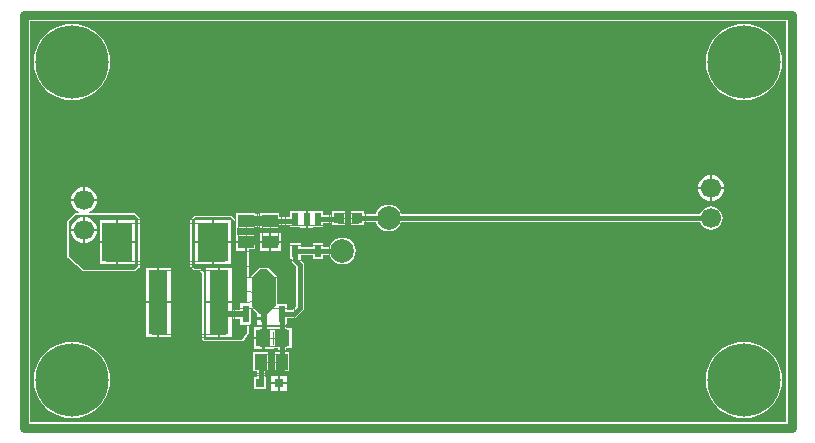
<source format=gtl>
G04*
G04 #@! TF.GenerationSoftware,Altium Limited,Altium Designer,20.2.6 (244)*
G04*
G04 Layer_Physical_Order=1*
G04 Layer_Color=255*
%FSLAX25Y25*%
%MOIN*%
G70*
G04*
G04 #@! TF.SameCoordinates,ADB7C03E-4349-4DD4-984C-8FBEBC798E37*
G04*
G04*
G04 #@! TF.FilePolarity,Positive*
G04*
G01*
G75*
%ADD12C,0.00197*%
%ADD13C,0.00650*%
%ADD14C,0.03000*%
%ADD15C,0.00394*%
%ADD16C,0.07874*%
%ADD17R,0.02362X0.05512*%
%ADD18R,0.02362X0.02756*%
%ADD19R,0.02362X0.04134*%
%ADD20R,0.03937X0.05315*%
%ADD21R,0.03347X0.03543*%
%ADD22R,0.03150X0.03150*%
%ADD23R,0.10197X0.12756*%
%ADD24R,0.06496X0.21260*%
%ADD25R,0.05118X0.05709*%
%ADD26R,0.05315X0.03937*%
%ADD40C,0.01600*%
%ADD41C,0.02000*%
%ADD42C,0.03200*%
%ADD43C,0.24410*%
%ADD44C,0.06693*%
%ADD45C,0.02953*%
G36*
X253866Y2039D02*
X2039D01*
Y135756D01*
X253866D01*
Y2039D01*
D02*
G37*
%LPC*%
G36*
X240000Y134744D02*
X238006Y134587D01*
X236062Y134120D01*
X234214Y133355D01*
X232509Y132310D01*
X230989Y131011D01*
X229690Y129491D01*
X228645Y127786D01*
X227880Y125938D01*
X227413Y123994D01*
X227256Y122000D01*
X227413Y120006D01*
X227880Y118062D01*
X228645Y116214D01*
X229690Y114509D01*
X230989Y112989D01*
X232509Y111690D01*
X234214Y110645D01*
X236062Y109880D01*
X238006Y109413D01*
X240000Y109256D01*
X241994Y109413D01*
X243938Y109880D01*
X245786Y110645D01*
X247491Y111690D01*
X249011Y112989D01*
X250310Y114509D01*
X251355Y116214D01*
X252120Y118062D01*
X252587Y120006D01*
X252744Y122000D01*
X252587Y123994D01*
X252120Y125938D01*
X251355Y127786D01*
X250310Y129491D01*
X249011Y131011D01*
X247491Y132310D01*
X245786Y133355D01*
X243938Y134120D01*
X241994Y134587D01*
X240000Y134744D01*
D02*
G37*
G36*
X16000D02*
X14006Y134587D01*
X12062Y134120D01*
X10214Y133355D01*
X8509Y132310D01*
X6989Y131011D01*
X5690Y129491D01*
X4645Y127786D01*
X3880Y125938D01*
X3413Y123994D01*
X3256Y122000D01*
X3413Y120006D01*
X3880Y118062D01*
X4645Y116214D01*
X5690Y114509D01*
X6989Y112989D01*
X8509Y111690D01*
X10214Y110645D01*
X12062Y109880D01*
X14006Y109413D01*
X16000Y109256D01*
X17994Y109413D01*
X19938Y109880D01*
X21786Y110645D01*
X23491Y111690D01*
X25011Y112989D01*
X26310Y114509D01*
X27355Y116214D01*
X28120Y118062D01*
X28587Y120006D01*
X28744Y122000D01*
X28587Y123994D01*
X28120Y125938D01*
X27355Y127786D01*
X26310Y129491D01*
X25011Y131011D01*
X23491Y132310D01*
X21786Y133355D01*
X19938Y134120D01*
X17994Y134587D01*
X16000Y134744D01*
D02*
G37*
G36*
X229400Y84331D02*
Y80400D01*
X233331D01*
X233235Y81135D01*
X232797Y82192D01*
X232100Y83100D01*
X231192Y83797D01*
X230135Y84235D01*
X229400Y84331D01*
D02*
G37*
G36*
X228600D02*
X227865Y84235D01*
X226808Y83797D01*
X225900Y83100D01*
X225203Y82192D01*
X224765Y81135D01*
X224669Y80400D01*
X228600D01*
Y84331D01*
D02*
G37*
G36*
X20400Y80331D02*
Y76400D01*
X24331D01*
X24235Y77135D01*
X23797Y78192D01*
X23100Y79100D01*
X22192Y79797D01*
X21135Y80235D01*
X20400Y80331D01*
D02*
G37*
G36*
X19600D02*
X18865Y80235D01*
X17808Y79797D01*
X16900Y79100D01*
X16203Y78192D01*
X15765Y77135D01*
X15669Y76400D01*
X19600D01*
Y80331D01*
D02*
G37*
G36*
X233331Y79600D02*
X229400D01*
Y75669D01*
X230135Y75765D01*
X231192Y76203D01*
X232100Y76900D01*
X232797Y77808D01*
X233235Y78865D01*
X233331Y79600D01*
D02*
G37*
G36*
X228600D02*
X224669D01*
X224765Y78865D01*
X225203Y77808D01*
X225900Y76900D01*
X226808Y76203D01*
X227865Y75765D01*
X228600Y75669D01*
Y79600D01*
D02*
G37*
G36*
X24331Y75600D02*
X20000D01*
X15669D01*
X15765Y74865D01*
X16203Y73808D01*
X16900Y72900D01*
X17808Y72203D01*
X18200Y72041D01*
X18100Y71541D01*
X17000D01*
X17000Y71541D01*
X16617Y71383D01*
X16617Y71383D01*
X14617Y69383D01*
X14459Y69000D01*
X14459Y69000D01*
Y56900D01*
X14468Y56877D01*
X14461Y56853D01*
X14546Y56689D01*
X14617Y56517D01*
X14640Y56508D01*
X14652Y56486D01*
X19652Y52286D01*
X19829Y52230D01*
X20000Y52159D01*
X36650D01*
X36799Y52221D01*
X36957Y52254D01*
X38307Y53184D01*
X38335Y53228D01*
X38383Y53247D01*
X38445Y53396D01*
X38532Y53532D01*
X38522Y53582D01*
X38541Y53630D01*
Y70000D01*
X38383Y70383D01*
X38383Y70383D01*
X37383Y71383D01*
X37000Y71541D01*
X37000Y71541D01*
X21900D01*
X21801Y72041D01*
X22192Y72203D01*
X23100Y72900D01*
X23797Y73808D01*
X24235Y74865D01*
X24331Y75600D01*
D02*
G37*
G36*
X121550Y74475D02*
X120392Y74323D01*
X119312Y73876D01*
X118386Y73164D01*
X117674Y72238D01*
X117296Y71325D01*
X113224D01*
Y72272D01*
X108878D01*
Y67728D01*
X113224D01*
Y68674D01*
X117296D01*
X117674Y67762D01*
X118386Y66835D01*
X119312Y66124D01*
X120392Y65677D01*
X121550Y65525D01*
X122708Y65677D01*
X123788Y66124D01*
X124715Y66835D01*
X125426Y67762D01*
X125803Y68674D01*
X225386D01*
X225640Y68060D01*
X226257Y67257D01*
X227060Y66640D01*
X227996Y66253D01*
X229000Y66120D01*
X230004Y66253D01*
X230940Y66640D01*
X231743Y67257D01*
X232360Y68060D01*
X232747Y68996D01*
X232880Y70000D01*
X232747Y71004D01*
X232360Y71940D01*
X231743Y72743D01*
X230940Y73360D01*
X230004Y73747D01*
X229000Y73880D01*
X227996Y73747D01*
X227060Y73360D01*
X226257Y72743D01*
X225640Y71940D01*
X225386Y71325D01*
X125803D01*
X125426Y72238D01*
X124715Y73164D01*
X123788Y73876D01*
X122708Y74323D01*
X121550Y74475D01*
D02*
G37*
G36*
X93860Y72697D02*
X92079D01*
Y72197D01*
X88839D01*
Y70412D01*
X85158D01*
Y71555D01*
X78843D01*
Y71228D01*
X77157D01*
Y71555D01*
X70842D01*
Y69864D01*
X70342Y69657D01*
X69383Y70617D01*
X69383Y70617D01*
X69000Y70776D01*
X69000Y70776D01*
X57000D01*
X56617Y70617D01*
X56617Y70617D01*
X55617Y69617D01*
X55459Y69235D01*
X55459Y69235D01*
Y54000D01*
X55617Y53617D01*
X55617Y53617D01*
X56617Y52617D01*
X57000Y52459D01*
X57000Y52459D01*
X58776D01*
X59459Y51776D01*
Y30350D01*
X59459Y29754D01*
X59617Y29371D01*
X59617Y29371D01*
X59971Y29017D01*
X59971Y29017D01*
X60353Y28859D01*
X60354Y28859D01*
X72764D01*
X72805Y28876D01*
X72848Y28865D01*
X72991Y28953D01*
X73146Y29017D01*
X73163Y29058D01*
X73201Y29082D01*
X74838Y31332D01*
X74877Y31495D01*
X74941Y31650D01*
Y34142D01*
X75275Y34642D01*
X75776D01*
Y39522D01*
X76237Y39714D01*
X77819Y38132D01*
Y36920D01*
X80000D01*
Y36120D01*
X77819D01*
Y34142D01*
X77438Y33854D01*
X76291D01*
Y30400D01*
X79850D01*
Y30000D01*
X80250D01*
Y26146D01*
X83409D01*
Y26646D01*
X84675D01*
Y25157D01*
X83531D01*
Y18843D01*
X88468D01*
Y25157D01*
X87326D01*
Y26646D01*
X89209D01*
Y33354D01*
X87231D01*
Y34642D01*
X87587D01*
Y36572D01*
X89898D01*
X90405Y36673D01*
X90835Y36960D01*
X92987Y39113D01*
X93275Y39543D01*
X93375Y40050D01*
Y54339D01*
X93375Y54339D01*
X93275Y54847D01*
X92987Y55277D01*
X92293Y55971D01*
X92201Y56433D01*
X92201D01*
Y57674D01*
X96319D01*
Y56433D01*
X99681D01*
Y57674D01*
X101846D01*
X102224Y56762D01*
X102936Y55835D01*
X103862Y55124D01*
X104942Y54677D01*
X106100Y54525D01*
X107258Y54677D01*
X108338Y55124D01*
X109265Y55835D01*
X109976Y56762D01*
X110423Y57842D01*
X110575Y59000D01*
X110423Y60158D01*
X109976Y61238D01*
X109265Y62164D01*
X108338Y62876D01*
X107258Y63323D01*
X106100Y63475D01*
X104942Y63323D01*
X103862Y62876D01*
X102936Y62164D01*
X102224Y61238D01*
X101846Y60325D01*
X99681D01*
Y61567D01*
X96319D01*
Y60325D01*
X92201D01*
Y61567D01*
X88839D01*
Y56433D01*
X89194D01*
Y55870D01*
X89295Y55362D01*
X89582Y54932D01*
X90724Y53790D01*
Y40599D01*
X89349Y39223D01*
X87587D01*
Y41153D01*
X84478D01*
Y50102D01*
X84478Y50102D01*
X84320Y50485D01*
X84320Y50485D01*
X81564Y53241D01*
X81181Y53399D01*
X81181Y53399D01*
X78819D01*
X78819Y53399D01*
X78436Y53241D01*
X78436Y53241D01*
X75680Y50485D01*
X75522Y50102D01*
X75522Y50102D01*
Y41685D01*
X75441Y41660D01*
X74941Y42031D01*
Y58632D01*
Y59531D01*
X77157D01*
Y64468D01*
X70884D01*
Y64950D01*
X70891Y64969D01*
Y66618D01*
X77157D01*
Y66945D01*
X78843D01*
Y66618D01*
X85158D01*
Y67761D01*
X88839D01*
Y67063D01*
X92079D01*
Y66563D01*
X93860D01*
Y69630D01*
Y72697D01*
D02*
G37*
G36*
X96441D02*
X94660D01*
Y69630D01*
Y66563D01*
X96441D01*
Y67063D01*
X99681D01*
Y68304D01*
X102776D01*
Y67728D01*
X107122D01*
Y72272D01*
X102776D01*
Y70955D01*
X99681D01*
Y72197D01*
X96441D01*
Y72697D01*
D02*
G37*
G36*
X85658Y64969D02*
X82400D01*
Y62400D01*
X85658D01*
Y64969D01*
D02*
G37*
G36*
X81600D02*
X78342D01*
Y62400D01*
X81600D01*
Y64969D01*
D02*
G37*
G36*
X85658Y61600D02*
X82400D01*
Y59031D01*
X85658D01*
Y61600D01*
D02*
G37*
G36*
X81600D02*
X78342D01*
Y59031D01*
X81600D01*
Y61600D01*
D02*
G37*
G36*
X48972Y53630D02*
X45124D01*
Y42400D01*
X48972D01*
Y53630D01*
D02*
G37*
G36*
X44324D02*
X40476D01*
Y42400D01*
X44324D01*
Y53630D01*
D02*
G37*
G36*
X48972Y41600D02*
X45124D01*
Y30370D01*
X48972D01*
Y41600D01*
D02*
G37*
G36*
X44324D02*
X40476D01*
Y30370D01*
X44324D01*
Y41600D01*
D02*
G37*
G36*
X79450Y29600D02*
X76291D01*
Y26146D01*
X79450D01*
Y29600D01*
D02*
G37*
G36*
X87575Y17575D02*
X85400D01*
Y15400D01*
X87575D01*
Y17575D01*
D02*
G37*
G36*
X84600D02*
X82425D01*
Y15400D01*
X84600D01*
Y17575D01*
D02*
G37*
G36*
X81382Y25157D02*
X76445D01*
Y18843D01*
X77588D01*
Y17075D01*
X76626D01*
Y12925D01*
X80776D01*
Y17075D01*
X80239D01*
Y18843D01*
X81382D01*
Y25157D01*
D02*
G37*
G36*
X87575Y14600D02*
X85400D01*
Y12425D01*
X87575D01*
Y14600D01*
D02*
G37*
G36*
X84600D02*
X82425D01*
Y12425D01*
X84600D01*
Y14600D01*
D02*
G37*
G36*
X240000Y28744D02*
X238006Y28587D01*
X236062Y28120D01*
X234214Y27355D01*
X232509Y26310D01*
X230989Y25011D01*
X229690Y23491D01*
X228645Y21786D01*
X227880Y19938D01*
X227413Y17994D01*
X227256Y16000D01*
X227413Y14006D01*
X227880Y12062D01*
X228645Y10214D01*
X229690Y8509D01*
X230989Y6989D01*
X232509Y5690D01*
X234214Y4645D01*
X236062Y3880D01*
X238006Y3413D01*
X240000Y3256D01*
X241994Y3413D01*
X243938Y3880D01*
X245786Y4645D01*
X247491Y5690D01*
X249011Y6989D01*
X250310Y8509D01*
X251355Y10214D01*
X252120Y12062D01*
X252587Y14006D01*
X252744Y16000D01*
X252587Y17994D01*
X252120Y19938D01*
X251355Y21786D01*
X250310Y23491D01*
X249011Y25011D01*
X247491Y26310D01*
X245786Y27355D01*
X243938Y28120D01*
X241994Y28587D01*
X240000Y28744D01*
D02*
G37*
G36*
X16000D02*
X14006Y28587D01*
X12062Y28120D01*
X10214Y27355D01*
X8509Y26310D01*
X6989Y25011D01*
X5690Y23491D01*
X4645Y21786D01*
X3880Y19938D01*
X3413Y17994D01*
X3256Y16000D01*
X3413Y14006D01*
X3880Y12062D01*
X4645Y10214D01*
X5690Y8509D01*
X6989Y6989D01*
X8509Y5690D01*
X10214Y4645D01*
X12062Y3880D01*
X14006Y3413D01*
X16000Y3256D01*
X17994Y3413D01*
X19938Y3880D01*
X21786Y4645D01*
X23491Y5690D01*
X25011Y6989D01*
X26310Y8509D01*
X27355Y10214D01*
X28120Y12062D01*
X28587Y14006D01*
X28744Y16000D01*
X28587Y17994D01*
X28120Y19938D01*
X27355Y21786D01*
X26310Y23491D01*
X25011Y25011D01*
X23491Y26310D01*
X21786Y27355D01*
X19938Y28120D01*
X17994Y28587D01*
X16000Y28744D01*
D02*
G37*
%LPD*%
G36*
X38000Y70000D02*
Y53630D01*
X36650Y52700D01*
X20000D01*
X15000Y56900D01*
Y69000D01*
X17000Y71000D01*
X37000D01*
X38000Y70000D01*
D02*
G37*
%LPC*%
G36*
X20400Y70331D02*
Y66400D01*
X24331D01*
X24235Y67135D01*
X23797Y68192D01*
X23100Y69100D01*
X22192Y69797D01*
X21135Y70235D01*
X20400Y70331D01*
D02*
G37*
G36*
X19600D02*
X18865Y70235D01*
X17808Y69797D01*
X16900Y69100D01*
X16203Y68192D01*
X15765Y67135D01*
X15669Y66400D01*
X19600D01*
Y70331D01*
D02*
G37*
G36*
X37114Y69378D02*
X31416D01*
Y62400D01*
X37114D01*
Y69378D01*
D02*
G37*
G36*
X30616D02*
X24917D01*
Y62400D01*
X30616D01*
Y69378D01*
D02*
G37*
G36*
X24331Y65600D02*
X20400D01*
Y61669D01*
X21135Y61765D01*
X22192Y62203D01*
X23100Y62900D01*
X23797Y63808D01*
X24235Y64865D01*
X24331Y65600D01*
D02*
G37*
G36*
X19600D02*
X15669D01*
X15765Y64865D01*
X16203Y63808D01*
X16900Y62900D01*
X17808Y62203D01*
X18865Y61765D01*
X19600Y61669D01*
Y65600D01*
D02*
G37*
G36*
X37114Y61600D02*
X31416D01*
Y54622D01*
X37114D01*
Y61600D01*
D02*
G37*
G36*
X30616D02*
X24917D01*
Y54622D01*
X30616D01*
Y61600D01*
D02*
G37*
%LPD*%
G36*
X70350Y68885D02*
Y64969D01*
X70342D01*
Y62400D01*
X74000D01*
Y62000D01*
X74400D01*
Y58632D01*
Y41653D01*
X71913D01*
Y39427D01*
X69248D01*
Y41600D01*
X65400D01*
Y30370D01*
X69248D01*
Y36368D01*
X71913D01*
Y34142D01*
X74400D01*
Y31650D01*
X72764Y29400D01*
X60353D01*
X60000Y29754D01*
X60000Y30350D01*
Y52000D01*
X59000Y53000D01*
X57000D01*
X56000Y54000D01*
Y69235D01*
X57000Y70235D01*
X69000D01*
X70350Y68885D01*
D02*
G37*
G36*
X83937Y50102D02*
Y40653D01*
X81181Y37898D01*
X78819D01*
X76063Y40653D01*
Y50102D01*
X78819Y52858D01*
X81181D01*
X83937Y50102D01*
D02*
G37*
%LPC*%
G36*
X69083Y69378D02*
X63384D01*
Y62400D01*
X69083D01*
Y69378D01*
D02*
G37*
G36*
X62584D02*
X56886D01*
Y62400D01*
X62584D01*
Y69378D01*
D02*
G37*
G36*
X73600Y61600D02*
X70342D01*
Y59031D01*
X73600D01*
Y61600D01*
D02*
G37*
G36*
X69083D02*
X63384D01*
Y54622D01*
X69083D01*
Y61600D01*
D02*
G37*
G36*
X62584D02*
X56886D01*
Y54622D01*
X62584D01*
Y61600D01*
D02*
G37*
G36*
X69248Y53630D02*
X65400D01*
Y42400D01*
X69248D01*
Y53630D01*
D02*
G37*
G36*
X64600D02*
X60752D01*
Y42400D01*
X64600D01*
Y53630D01*
D02*
G37*
G36*
Y41600D02*
X60752D01*
Y30370D01*
X64600D01*
Y41600D01*
D02*
G37*
%LPD*%
D12*
X69961Y34157D02*
X90039D01*
X69961Y53843D02*
X90039D01*
X69961Y34157D02*
Y53843D01*
X90039Y34157D02*
Y53843D01*
X86976Y72583D02*
X101543D01*
X86976Y56047D02*
X101543D01*
Y72583D01*
X86976Y56047D02*
Y72583D01*
X75961Y18260D02*
X88953D01*
X75961Y25740D02*
X88953D01*
Y18260D02*
Y25740D01*
X75961Y18260D02*
Y25740D01*
X102291Y67244D02*
Y72756D01*
X113709Y67244D02*
Y72756D01*
X102291D02*
X113709D01*
X102291Y67244D02*
X113709D01*
X87559Y12441D02*
Y17559D01*
X76339Y12441D02*
X87559D01*
X76142D02*
Y17559D01*
X76339D02*
X87559D01*
X24953Y54520D02*
X69047D01*
X24953Y69480D02*
X69047D01*
Y54520D02*
Y69480D01*
X24953Y54520D02*
Y69480D01*
X40492Y30386D02*
X69232D01*
X40492Y53614D02*
X69232D01*
Y30386D02*
Y53614D01*
X40492Y30386D02*
Y53614D01*
X76307Y26063D02*
X89693D01*
X76307Y33937D02*
X89693D01*
Y26063D02*
Y33937D01*
X76307Y26063D02*
Y33937D01*
X70260Y59047D02*
Y72039D01*
X77740Y59047D02*
Y72039D01*
X70260Y59047D02*
X77740D01*
X70260Y72039D02*
X77740D01*
X85740Y59047D02*
Y72039D01*
X78260Y59047D02*
Y72039D01*
X85740D01*
X78260Y59047D02*
X85740D01*
D13*
X228200Y31200D02*
Y34699D01*
X229366Y33533D01*
X230533Y34699D01*
Y31200D01*
X231699Y34699D02*
Y31200D01*
Y32949D01*
X234031D01*
Y34699D01*
Y31200D01*
X236947D02*
Y34699D01*
X235198Y32949D01*
X237530D01*
X219350Y129650D02*
Y133149D01*
X220516Y131983D01*
X221683Y133149D01*
Y129650D01*
X222849Y133149D02*
Y129650D01*
Y131399D01*
X225181D01*
Y133149D01*
Y129650D01*
X226348D02*
X227514D01*
X226931D01*
Y133149D01*
X226348Y132566D01*
X4200Y31200D02*
Y34699D01*
X5366Y33533D01*
X6533Y34699D01*
Y31200D01*
X7699Y34699D02*
Y31200D01*
Y32949D01*
X10031D01*
Y34699D01*
Y31200D01*
X13530D02*
X11198D01*
X13530Y33533D01*
Y34116D01*
X12947Y34699D01*
X11781D01*
X11198Y34116D01*
X31650Y129750D02*
Y133249D01*
X32816Y132083D01*
X33983Y133249D01*
Y129750D01*
X35149Y133249D02*
Y129750D01*
Y131499D01*
X37481D01*
Y133249D01*
Y129750D01*
X38648Y132666D02*
X39231Y133249D01*
X40397D01*
X40980Y132666D01*
Y132083D01*
X40397Y131499D01*
X39814D01*
X40397D01*
X40980Y130916D01*
Y130333D01*
X40397Y129750D01*
X39231D01*
X38648Y130333D01*
D14*
X0Y0D02*
X255906D01*
Y137795D01*
X0D02*
X255906D01*
X0Y0D02*
Y137795D01*
D15*
X76653Y43695D02*
G03*
X76653Y43695I-1969J0D01*
G01*
X70945Y39955D02*
X89055D01*
X70945Y50191D02*
X89055D01*
X70945Y39955D02*
Y50191D01*
X89055Y39955D02*
Y50191D01*
X88059Y67563D02*
X100461D01*
X88059Y61067D02*
X100461D01*
Y67563D01*
X88059Y61067D02*
Y67563D01*
X78323Y19342D02*
X86591D01*
X78323Y24657D02*
X86591D01*
Y19342D02*
Y24657D01*
X78323Y19342D02*
Y24657D01*
X104654Y68228D02*
Y71772D01*
X111346Y68228D02*
Y71772D01*
X104654D02*
X111346D01*
X104654Y68228D02*
X111346D01*
X27315Y55701D02*
X66685D01*
X27315Y68299D02*
X66685D01*
Y55701D02*
Y68299D01*
X27315Y55701D02*
Y68299D01*
X42854Y31370D02*
X66870D01*
X42854Y52630D02*
X66870D01*
Y31370D02*
Y52630D01*
X42854Y31370D02*
Y52630D01*
X78669Y27146D02*
X87331D01*
X78669Y32854D02*
X87331D01*
Y27146D02*
Y32854D01*
X78669Y27146D02*
Y32854D01*
X71342Y61409D02*
Y69677D01*
X76657Y61409D02*
Y69677D01*
X71342Y61409D02*
X76657D01*
X71342Y69677D02*
X76657D01*
X84658Y61409D02*
Y69677D01*
X79343Y61409D02*
Y69677D01*
X84658D01*
X79343Y61409D02*
X84658D01*
X80000Y43104D02*
Y47041D01*
X78031Y45073D02*
X81968D01*
X94260Y62347D02*
Y66284D01*
X92291Y64315D02*
X96228D01*
X82457Y20031D02*
Y23968D01*
X80488Y22000D02*
X84425D01*
X106228Y70000D02*
X109772D01*
X108000Y68228D02*
Y71772D01*
X47000Y60031D02*
Y63968D01*
X45031Y62000D02*
X48968D01*
X54862Y40031D02*
Y43968D01*
X52894Y42000D02*
X56831D01*
X83000Y28032D02*
Y31969D01*
X81032Y30000D02*
X84969D01*
X72031Y65543D02*
X75968D01*
X74000Y63575D02*
Y67512D01*
X80032Y65543D02*
X83969D01*
X82000Y63575D02*
Y67512D01*
D16*
X106100Y59000D02*
D03*
X121550Y70000D02*
D03*
D17*
X74094Y37898D02*
D03*
X85905D02*
D03*
D18*
X80000Y36520D02*
D03*
D19*
X98000Y69630D02*
D03*
X94260D02*
D03*
X90520D02*
D03*
Y59000D02*
D03*
X98000D02*
D03*
D20*
X86000Y22000D02*
D03*
X78913D02*
D03*
D21*
X104949Y70000D02*
D03*
X111051D02*
D03*
D22*
X78701Y15000D02*
D03*
X85000D02*
D03*
D23*
X62984Y62000D02*
D03*
X31016D02*
D03*
D24*
X65000Y42000D02*
D03*
X44724D02*
D03*
D25*
X86150Y30000D02*
D03*
X79850D02*
D03*
D26*
X74000Y62000D02*
D03*
Y69087D02*
D03*
X82000D02*
D03*
Y62000D02*
D03*
D40*
X98000Y59000D02*
X106100D01*
X90520Y55870D02*
X92050Y54339D01*
X90520Y55870D02*
Y59000D01*
X89898Y37898D02*
X92050Y40050D01*
Y54339D01*
X90520Y59000D02*
X98000D01*
X85905Y37898D02*
X89898D01*
X86000Y22000D02*
Y30150D01*
X111051Y70000D02*
X229000D01*
X104579Y69630D02*
X104949Y70000D01*
X98000Y69630D02*
X104579D01*
X89976Y69087D02*
X90520Y69630D01*
X82000Y69087D02*
X89976D01*
X78701Y15000D02*
X78913Y15213D01*
Y22000D01*
X85905Y30244D02*
X86000Y30150D01*
X85905Y30244D02*
Y37898D01*
X79850Y30000D02*
X80000Y30150D01*
Y36520D01*
D41*
X64950Y37500D02*
X65348Y37898D01*
X74094D01*
D42*
X74000Y69087D02*
X82000D01*
D43*
X240000Y16000D02*
D03*
Y122000D02*
D03*
X16000Y16000D02*
D03*
Y122000D02*
D03*
D44*
X20000Y76000D02*
D03*
Y66000D02*
D03*
X229000Y70000D02*
D03*
Y80000D02*
D03*
D45*
X240000Y100000D02*
D03*
X250000Y80000D02*
D03*
X240000Y60000D02*
D03*
X250000Y40000D02*
D03*
X220000Y100000D02*
D03*
Y60000D02*
D03*
X230000Y40000D02*
D03*
X220000Y20000D02*
D03*
X210000Y120000D02*
D03*
X200000Y100000D02*
D03*
X210000Y80000D02*
D03*
X200000Y60000D02*
D03*
X210000Y40000D02*
D03*
X200000Y20000D02*
D03*
X190000Y120000D02*
D03*
X180000Y100000D02*
D03*
X190000Y80000D02*
D03*
X180000Y60000D02*
D03*
X190000Y40000D02*
D03*
X180000Y20000D02*
D03*
X170000Y120000D02*
D03*
X160000Y100000D02*
D03*
X170000Y80000D02*
D03*
X160000Y60000D02*
D03*
X170000Y40000D02*
D03*
X160000Y20000D02*
D03*
X150000Y120000D02*
D03*
X140000Y100000D02*
D03*
X150000Y80000D02*
D03*
X140000Y60000D02*
D03*
X150000Y40000D02*
D03*
X140000Y20000D02*
D03*
X130000Y120000D02*
D03*
X120000Y100000D02*
D03*
X130000Y80000D02*
D03*
X120000Y60000D02*
D03*
X130000Y40000D02*
D03*
X120000Y20000D02*
D03*
X110000Y120000D02*
D03*
X100000Y100000D02*
D03*
X110000Y80000D02*
D03*
Y40000D02*
D03*
X100000Y20000D02*
D03*
X90000Y120000D02*
D03*
X80000Y100000D02*
D03*
X70000Y120000D02*
D03*
X60000Y100000D02*
D03*
X70000Y80000D02*
D03*
X50000Y120000D02*
D03*
X40000Y100000D02*
D03*
X50000Y80000D02*
D03*
X40000Y20000D02*
D03*
X20000Y100000D02*
D03*
X30000Y80000D02*
D03*
Y40000D02*
D03*
M02*

</source>
